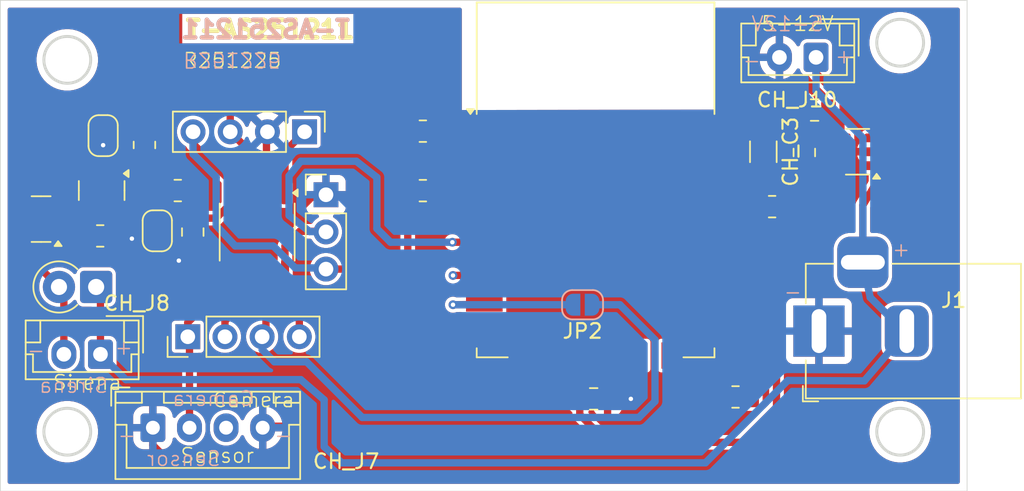
<source format=kicad_pcb>
(kicad_pcb (version 20241229) (generator "pcbnew") (generator_version "9.0")
  (layers (0 "F.Cu" signal) (4 "In1.Cu" signal) (6 "In2.Cu" signal) (2 "B.Cu" signal) (13 "F.Paste" user) (15 "B.Paste" user) (5 "F.SilkS" user "F.Silkscreen") (7 "B.SilkS" user "B.Silkscreen") (1 "F.Mask" user) (3 "B.Mask" user) (25 "Edge.Cuts" user))
  (net 0 "")
  (net 1 "CH_GND")
  (net 2 "CH_VDD")
  (net 3 "ALARMFROMESP")
  (net 4 "CH_A2")
  (net 5 "CH_ALARM_IN")
  (net 6 "A1-")
  (net 7 "B1+")
  (net 8 "CH_C4")
  (net 9 "Net-(Q2-B)")
  (net 10 "Net-(U2-~{RST})")
  (net 11 "Net-(U2-GPIO15)")
  (net 12 "Net-(U2-GPIO0)")
  (net 13 "Net-(U2-EN)")
  (net 18 "SWITCH_ALARMSTATUS")
  (net 22 "CH_ALARM_BREAKE_A")
  (net 29 "Net-(Q1-B)")
  (net 30 "ALARM_CAM_DI")
  (net 31 "Net-(U4-BP)")
  (net 32 "Net-(JP3-B)")
  (net 33 "Net-(JP1-B)")
  (footprint "Resistor_SMD:R_0805_2012Metric_Pad1.20x1.40mm_HandSolder" (layer "F.Cu") (at 97.442 102.407 180)
    (property "Reference" "R5" (hide yes))
    (property "Value" "10k" (hide yes))
    (pad "1" smd roundrect (at -1 0 180) (size 1.2 1.4) (layers "F.Cu" "F.Mask" "F.Paste") (roundrect_rratio 0.208333) (net 13 "Net-(U2-EN)"))
    (pad "2" smd roundrect (at 1 0 180) (size 1.2 1.4) (layers "F.Cu" "F.Mask" "F.Paste") (roundrect_rratio 0.208333) (net 2 "CH_VDD"))
  )
  (footprint "Capacitor_SMD:C_0805_2012Metric" (layer "F.Cu") (at 81.723 105.236 -90)
    (property "Reference" "CH_C1" (hide yes))
    (property "Value" "100nF" (hide yes))
    (pad "1" smd roundrect (at -0.95 0 270) (size 1 1.45) (layers "F.Cu" "F.Mask" "F.Paste") (net 2 "CH_VDD"))
    (pad "2" smd roundrect (at 0.95 0 270) (size 1 1.45) (layers "F.Cu" "F.Mask" "F.Paste") (net 1 "CH_GND"))
  )
  (footprint "Resistor_SMD:R_0805_2012Metric_Pad1.20x1.40mm_HandSolder" (layer "F.Cu") (at 97.442 98.343 180)
    (property "Reference" "R2" (hide yes))
    (property "Value" "10k" (hide yes))
    (pad "1" smd roundrect (at -1 0 180) (size 1.2 1.4) (layers "F.Cu" "F.Mask" "F.Paste") (roundrect_rratio 0.208333) (net 10 "Net-(U2-~{RST})"))
    (pad "2" smd roundrect (at 1 0 180) (size 1.2 1.4) (layers "F.Cu" "F.Mask" "F.Paste") (roundrect_rratio 0.208333) (net 2 "CH_VDD"))
  )
  (footprint "Resistor_SMD:R_0805_2012Metric_Pad1.20x1.40mm_HandSolder" (layer "F.Cu") (at 121.3 103.5)
    (property "Reference" "R4" (hide yes))
    (property "Value" "10k" (hide yes))
    (pad "1" smd roundrect (at -1 0) (size 1.2 1.4) (layers "F.Cu" "F.Mask" "F.Paste") (roundrect_rratio 0.208333) (net 12 "Net-(U2-GPIO0)"))
    (pad "2" smd roundrect (at 1 0) (size 1.2 1.4) (layers "F.Cu" "F.Mask" "F.Paste") (roundrect_rratio 0.208333) (net 2 "CH_VDD"))
  )
  (footprint "Resistor_SMD:R_0805_2012Metric_Pad1.20x1.40mm_HandSolder" (layer "F.Cu") (at 78.423 99.286 90)
    (property "Reference" "R8" (hide yes))
    (property "Value" "100" (hide yes))
    (pad "1" smd roundrect (at -1 0 90) (size 1.2 1.4) (layers "F.Cu" "F.Mask" "F.Paste") (roundrect_rratio 0.208333) (net 29 "Net-(Q1-B)"))
    (pad "2" smd roundrect (at 1 0 90) (size 1.2 1.4) (layers "F.Cu" "F.Mask" "F.Paste") (roundrect_rratio 0.208333) (net 4 "CH_A2"))
  )
  (footprint "Connector_JST:JST_EH_B2B-EH-A_1x02_P2.50mm_Vertical" (layer "F.Cu") (at 124.3 93.3 180)
    (property "Reference" "CH_J10" (hide yes))
    (property "Value" "CH_12V" (hide yes))
    (fp_text user "${REFERENCE}" (at 1.3 -2.9 180) (layer "F.SilkS"))
    (pad "1" thru_hole roundrect (at 0 0 180) (size 1.7 2) (drill 1) (layers "*.Cu" "*.Mask") (roundrect_rratio 0.147059) (net 7 "B1+"))
    (pad "2" thru_hole oval (at 2.5 0 180) (size 1.7 2) (drill 1) (layers "*.Cu" "*.Mask") (net 1 "CH_GND"))
  )
  (footprint "Package_TO_SOT_SMD:SOT-23" (layer "F.Cu") (at 71.3625 104.35 180)
    (property "Reference" "Q2" (hide yes))
    (property "Value" "BC817" (hide yes))
    (pad "1" smd roundrect (at -0.9375 -0.95 180) (size 1.475 0.6) (layers "F.Cu" "F.Mask" "F.Paste") (net 9 "Net-(Q2-B)"))
    (pad "2" smd roundrect (at -0.9375 0.95 180) (size 1.475 0.6) (layers "F.Cu" "F.Mask" "F.Paste") (net 1 "CH_GND"))
    (pad "3" smd roundrect (at 0.9375 0 180) (size 1.475 0.6) (layers "F.Cu" "F.Mask" "F.Paste") (net 6 "A1-"))
  )
  (footprint "Diode_THT:D_DO-41_SOD81_P2.54mm_Vertical_KathodeUp" (layer "F.Cu") (at 75.123 108.986 180)
    (property "Reference" "D1" (hide yes))
    (property "Value" "1N4001" (hide yes))
    (pad "1" thru_hole roundrect (at 0 0 180) (size 2.2 2.2) (drill 1.1) (layers "*.Cu" "*.Mask") (roundrect_rratio 0.113636) (net 7 "B1+"))
    (pad "2" thru_hole circle (at 2.54 0 180) (size 2.2 2.2) (drill 1.1) (layers "*.Cu" "*.Mask") (net 6 "A1-"))
  )
  (footprint "Capacitor_SMD:C_0805_2012Metric" (layer "F.Cu") (at 124.2 96.9)
    (property "Reference" "CH_C5" (hide yes))
    (property "Value" "470nF" (hide yes))
    (pad "1" smd roundrect (at -0.95 0) (size 1 1.45) (layers "F.Cu" "F.Mask" "F.Paste") (net 1 "CH_GND"))
    (pad "2" smd roundrect (at 0.95 0) (size 1 1.45) (layers "F.Cu" "F.Mask" "F.Paste") (net 31 "Net-(U4-BP)"))
  )
  (footprint "Connector_PinHeader_2.54mm:PinHeader_1x04_P2.54mm_Vertical" (layer "F.Cu") (at 81.383 112.386 90)
    (property "Reference" "CH_J2" (hide yes))
    (property "Value" "~" (hide yes))
    (pad "1" thru_hole rect (at 0 0 90) (size 1.7 1.7) (drill 1) (layers "*.Cu" "*.Mask") (net 5 "CH_ALARM_IN"))
    (pad "2" thru_hole circle (at 0 2.54 90) (size 1.7 1.7) (drill 1) (layers "*.Cu" "*.Mask") (net 22 "CH_ALARM_BREAKE_A"))
    (pad "3" thru_hole circle (at 0 5.08 90) (size 1.7 1.7) (drill 1) (layers "*.Cu" "*.Mask") (net 8 "CH_C4"))
    (pad "4" thru_hole circle (at 0 7.62 90) (size 1.7 1.7) (drill 1) (layers "*.Cu" "*.Mask") (net 3 "ALARMFROMESP"))
  )
  (footprint "Package_TO_SOT_SMD:SOT-23-5" (layer "F.Cu") (at 127.1375 99.75 180)
    (property "Reference" "U4" (hide yes))
    (property "Value" "MIC5219-3.3YM5" (hide yes))
    (pad "1" smd roundrect (at -1.1375 -0.95 180) (size 1.325 0.6) (layers "F.Cu" "F.Mask" "F.Paste") (net 7 "B1+"))
    (pad "2" smd roundrect (at -1.1375 0 180) (size 1.325 0.6) (layers "F.Cu" "F.Mask" "F.Paste") (net 1 "CH_GND"))
    (pad "3" smd roundrect (at -1.1375 0.95 180) (size 1.325 0.6) (layers "F.Cu" "F.Mask" "F.Paste") (net 7 "B1+"))
    (pad "4" smd roundrect (at 1.1375 0.95 180) (size 1.325 0.6) (layers "F.Cu" "F.Mask" "F.Paste") (net 31 "Net-(U4-BP)"))
    (pad "5" smd roundrect (at 1.1375 -0.95 180) (size 1.325 0.6) (layers "F.Cu" "F.Mask" "F.Paste") (net 2 "CH_VDD"))
  )
  (footprint "Resistor_SMD:R_0805_2012Metric_Pad1.20x1.40mm_HandSolder" (layer "F.Cu") (at 118.8 116.5)
    (property "Reference" "R3" (hide yes))
    (property "Value" "10k" (hide yes))
    (pad "1" smd roundrect (at -1 0) (size 1.2 1.4) (layers "F.Cu" "F.Mask" "F.Paste") (roundrect_rratio 0.208333) (net 1 "CH_GND"))
    (pad "2" smd roundrect (at 1 0) (size 1.2 1.4) (layers "F.Cu" "F.Mask" "F.Paste") (roundrect_rratio 0.208333) (net 11 "Net-(U2-GPIO15)"))
  )
  (footprint "Package_TO_SOT_SMD:SOT-23" (layer "F.Cu") (at 75.5 102.4 -90)
    (property "Reference" "Q1" (hide yes))
    (property "Value" "BC817" (hide yes))
    (pad "1" smd roundrect (at -0.9375 -0.95 270) (size 1.475 0.6) (layers "F.Cu" "F.Mask" "F.Paste") (net 29 "Net-(Q1-B)"))
    (pad "2" smd roundrect (at -0.9375 0.95 270) (size 1.475 0.6) (layers "F.Cu" "F.Mask" "F.Paste") (net 1 "CH_GND"))
    (pad "3" smd roundrect (at 0.9375 0 270) (size 1.475 0.6) (layers "F.Cu" "F.Mask" "F.Paste") (net 32 "Net-(JP3-B)"))
  )
  (footprint "Jumper:SolderJumper-2_P1.3mm_Open_RoundedPad1.0x1.5mm" (layer "F.Cu") (at 75.6 98.65 -90)
    (property "Reference" "JP1" (hide yes))
    (property "Value" "Jumper_2_Bridged" (hide yes))
    (pad "1" smd custom (at -0.65 0 270) (size 1 0.5) (layers "F.Cu" "F.Mask") (net 4 "CH_A2") (options (clearance outline) (anchor rect)) (primitives (gr_circle (center 0 0.25) (end 0.5 0.25) (width 0) (fill yes)) (gr_circle (center 0 -0.25) (end 0.5 -0.25) (width 0) (fill yes)) (gr_poly (pts (xy 0.5 0.75) (xy 0 0.75) (xy 0 -0.75) (xy 0.5 -0.75)) (width 0) (fill yes))))
    (pad "2" smd custom (at 0.65 0 270) (size 1 0.5) (layers "F.Cu" "F.Mask") (net 33 "Net-(JP1-B)") (options (clearance outline) (anchor rect)) (primitives (gr_circle (center 0 0.25) (end 0.5 0.25) (width 0) (fill yes)) (gr_circle (center 0 -0.25) (end 0.5 -0.25) (width 0) (fill yes)) (gr_poly (pts (xy 0 0.75) (xy -0.5 0.75) (xy -0.5 -0.75) (xy 0 -0.75)) (width 0) (fill yes))))
  )
  (footprint "Jumper:SolderJumper-2_P1.3mm_Open_RoundedPad1.0x1.5mm" (layer "F.Cu") (at 79.3 105.15 90)
    (property "Reference" "JP3" (hide yes))
    (property "Value" "Jumper_2_Bridged" (hide yes))
    (pad "1" smd custom (at -0.65 0 90) (size 1 0.5) (layers "F.Cu" "F.Mask") (net 33 "Net-(JP1-B)") (options (clearance outline) (anchor rect)) (primitives (gr_circle (center 0 0.25) (end 0.5 0.25) (width 0) (fill yes)) (gr_circle (center 0 -0.25) (end 0.5 -0.25) (width 0) (fill yes)) (gr_poly (pts (xy 0.5 0.75) (xy 0 0.75) (xy 0 -0.75) (xy 0.5 -0.75)) (width 0) (fill yes))))
    (pad "2" smd custom (at 0.65 0 90) (size 1 0.5) (layers "F.Cu" "F.Mask") (net 32 "Net-(JP3-B)") (options (clearance outline) (anchor rect)) (primitives (gr_circle (center 0 0.25) (end 0.5 0.25) (width 0) (fill yes)) (gr_circle (center 0 -0.25) (end 0.5 -0.25) (width 0) (fill yes)) (gr_poly (pts (xy 0 0.75) (xy -0.5 0.75) (xy -0.5 -0.75) (xy 0 -0.75)) (width 0) (fill yes))))
  )
  (footprint "Package_SO:JEITA_SOIC-8_3.9x4.9mm_P1.27mm" (layer "F.Cu") (at 86.123 105.236 -90)
    (property "Reference" "U1" (hide yes))
    (property "Value" "CH32V003JxMx" (hide yes))
    (pad "1" smd roundrect (at -2.65 -1.905 270) (size 1.5 0.55) (layers "F.Cu" "F.Mask" "F.Paste") (net 30 "ALARM_CAM_DI"))
    (pad "2" smd roundrect (at -2.65 -0.635 270) (size 1.5 0.55) (layers "F.Cu" "F.Mask" "F.Paste") (net 1 "CH_GND"))
    (pad "3" smd roundrect (at -2.65 0.635 270) (size 1.5 0.55) (layers "F.Cu" "F.Mask" "F.Paste") (net 4 "CH_A2"))
    (pad "4" smd roundrect (at -2.65 1.905 270) (size 1.5 0.55) (layers "F.Cu" "F.Mask" "F.Paste") (net 2 "CH_VDD"))
    (pad "5" smd roundrect (at 2.65 1.905 270) (size 1.5 0.55) (layers "F.Cu" "F.Mask" "F.Paste") (net 5 "CH_ALARM_IN"))
    (pad "6" smd roundrect (at 2.65 0.635 270) (size 1.5 0.55) (layers "F.Cu" "F.Mask" "F.Paste") (net 22 "CH_ALARM_BREAKE_A"))
    (pad "7" smd roundrect (at 2.65 -0.635 270) (size 1.5 0.55) (layers "F.Cu" "F.Mask" "F.Paste") (net 8 "CH_C4"))
    (pad "8" smd roundrect (at 2.65 -1.905 270) (size 1.5 0.55) (layers "F.Cu" "F.Mask" "F.Paste") (net 3 "ALARMFROMESP"))
  )
  (footprint "Connector_JST:JST_XH_B4B-XH-A_1x04_P2.50mm_Vertical" (layer "F.Cu") (at 79 118.6)
    (property "Reference" "CH_J7" (at 13.2 2.3 0) (layer "F.SilkS"))
    (property "Value" "ALARM_IN" (hide yes))
    (pad "1" thru_hole roundrect (at 0 0) (size 1.7 1.95) (drill 0.95) (layers "*.Cu" "*.Mask") (roundrect_rratio 0.147059) (net 1 "CH_GND"))
    (pad "2" thru_hole oval (at 2.5 0) (size 1.7 1.95) (drill 0.95) (layers "*.Cu" "*.Mask") (net 5 "CH_ALARM_IN"))
    (pad "3" thru_hole oval (at 5 0) (size 1.7 1.95) (drill 0.95) (layers "*.Cu" "*.Mask") (net 30 "ALARM_CAM_DI"))
    (pad "4" thru_hole oval (at 7.5 0) (size 1.7 1.95) (drill 0.95) (layers "*.Cu" "*.Mask") (net 1 "CH_GND"))
  )
  (footprint "Capacitor_SMD:C_0805_2012Metric" (layer "F.Cu") (at 109.11 116.631)
    (property "Reference" "CH_C4" (hide yes))
    (property "Value" "100nF" (hide yes))
    (pad "1" smd roundrect (at -0.95 0) (size 1 1.45) (layers "F.Cu" "F.Mask" "F.Paste") (net 2 "CH_VDD"))
    (pad "2" smd roundrect (at 0.95 0) (size 1 1.45) (layers "F.Cu" "F.Mask" "F.Paste") (net 1 "CH_GND"))
  )
  (footprint "Connector_PinHeader_2.54mm:PinHeader_1x04_P2.54mm_Vertical" (layer "F.Cu") (at 89.363 98.386 -90)
    (property "Reference" "CH_J1" (hide yes))
    (property "Value" "Conn_01x04" (hide yes))
    (pad "1" thru_hole rect (at 0 0 270) (size 1.7 1.7) (drill 1) (layers "*.Cu" "*.Mask") (net 30 "ALARM_CAM_DI"))
    (pad "2" thru_hole circle (at 0 2.54 270) (size 1.7 1.7) (drill 1) (layers "*.Cu" "*.Mask") (net 1 "CH_GND"))
    (pad "3" thru_hole circle (at 0 5.08 270) (size 1.7 1.7) (drill 1) (layers "*.Cu" "*.Mask") (net 4 "CH_A2"))
    (pad "4" thru_hole circle (at 0 7.62 270) (size 1.7 1.7) (drill 1) (layers "*.Cu" "*.Mask") (net 2 "CH_VDD"))
  )
  (footprint "Connector_BarrelJack:BarrelJack_Horizontal" (layer "F.Cu") (at 124.5 112 180)
    (property "Reference" "J1" (at -9.2 2.1 0) (layer "F.SilkS"))
    (property "Value" "Barrel_Jack_Switch" (hide yes))
    (pad "1" thru_hole rect (at 0 0 180) (size 3.5 3.5) (drill oval 1 3) (layers "*.Cu" "*.Mask") (net 1 "CH_GND"))
    (pad "2" thru_hole roundrect (at -6 0 180) (size 3 3.5) (drill oval 1 3) (layers "*.Cu" "*.Mask") (net 7 "B1+"))
    (pad "3" thru_hole roundrect (at -3 4.7 180) (size 3.5 3.5) (drill oval 3 1) (layers "*.Cu" "*.Mask") (net 7 "B1+"))
  )
  (footprint "Resistor_SMD:R_0805_2012Metric_Pad1.20x1.40mm_HandSolder" (layer "F.Cu") (at 75.4 105.5)
    (property "Reference" "R1" (hide yes))
    (property "Value" "100" (hide yes))
    (pad "1" smd roundrect (at -1 0) (size 1.2 1.4) (layers "F.Cu" "F.Mask" "F.Paste") (roundrect_rratio 0.208333) (net 9 "Net-(Q2-B)"))
    (pad "2" smd roundrect (at 1 0) (size 1.2 1.4) (layers "F.Cu" "F.Mask" "F.Paste") (roundrect_rratio 0.208333) (net 33 "Net-(JP1-B)"))
  )
  (footprint "Capacitor_SMD:C_0805_2012Metric" (layer "F.Cu") (at 123.5 99.8 -90)
    (property "Reference" "CH_C2" (hide yes))
    (property "Value" "100nF" (hide yes))
    (pad "1" smd roundrect (at -0.95 0 270) (size 1 1.45) (layers "F.Cu" "F.Mask" "F.Paste") (net 1 "CH_GND"))
    (pad "2" smd roundrect (at 0.95 0 270) (size 1 1.45) (layers "F.Cu" "F.Mask" "F.Paste") (net 2 "CH_VDD"))
  )
  (footprint "Capacitor_SMD:C_1206_3216Metric_Pad1.33x1.80mm_HandSolder" (layer "F.Cu") (at 120.7 99.75 -90)
    (property "Reference" "CH_C3" (at 0 -1.85 270) (layer "F.SilkS"))
    (property "Value" "4,7µF")
    (pad "1" smd roundrect (at -1.5625 0 270) (size 1.325 1.8) (layers "F.Cu" "F.Mask" "F.Paste") (roundrect_rratio 0.188679) (net 1 "CH_GND"))
    (pad "2" smd roundrect (at 1.5625 0 270) (size 1.325 1.8) (layers "F.Cu" "F.Mask" "F.Paste") (roundrect_rratio 0.188679) (net 2 "CH_VDD"))
  )
  (footprint "Resistor_SMD:R_0805_2012Metric_Pad1.20x1.40mm_HandSolder" (layer "F.Cu") (at 80.7 102.4)
    (property "Reference" "R10" (hide yes))
    (property "Value" "10k" (hide yes))
    (pad "1" smd roundrect (at -1 0) (size 1.2 1.4) (layers "F.Cu" "F.Mask" "F.Paste") (roundrect_rratio 0.208333) (net 32 "Net-(JP3-B)"))
    (pad "2" smd roundrect (at 1 0) (size 1.2 1.4) (layers "F.Cu" "F.Mask" "F.Paste") (roundrect_rratio 0.208333) (net 2 "CH_VDD"))
  )
  (footprint "Connector_JST:JST_EH_B2B-EH-A_1x02_P2.50mm_Vertical" (layer "F.Cu") (at 75.418 113.584 180)
    (property "Reference" "CH_J8" (hide yes))
    (property "Value" "CH_ALARM_OUT" (hide yes))
    (fp_text user "${REFERENCE}" (at -2.482 3.484 0) (layer "F.SilkS"))
    (pad "1" thru_hole roundrect (at 0 0 180) (size 1.7 2) (drill 1) (layers "*.Cu" "*.Mask") (roundrect_rratio 0.147059) (net 7 "B1+"))
    (pad "2" thru_hole oval (at 2.5 0 180) (size 1.7 2) (drill 1) (layers "*.Cu" "*.Mask") (net 6 "A1-"))
  )
  (footprint "RF_Module:ESP-12E" (layer "F.Cu") (at 109.24 101.672)
    (property "Reference" "U2" (hide yes))
    (property "Value" "ESP-12E" (hide yes))
    (pad "1" smd rect (at -7.6 -3.5) (size 2.5 1) (layers "F.Cu" "F.Mask" "F.Paste") (net 10 "Net-(U2-~{RST})"))
    (pad "2" smd rect (at -7.6 -1.5) (size 2.5 1) (layers "F.Cu" "F.Mask" "F.Paste"))
    (pad "3" smd rect (at -7.6 0.5) (size 2.5 1) (layers "F.Cu" "F.Mask" "F.Paste") (net 13 "Net-(U2-EN)"))
    (pad "4" smd rect (at -7.6 2.5) (size 2.5 1) (layers "F.Cu" "F.Mask" "F.Paste"))
    (pad "5" smd rect (at -7.6 4.5) (size 2.5 1) (layers "F.Cu" "F.Mask" "F.Paste") (net 3 "ALARMFROMESP"))
    (pad "6" smd rect (at -7.6 6.5) (size 2.5 1) (layers "F.Cu" "F.Mask" "F.Paste") (net 22 "CH_ALARM_BREAKE_A"))
    (pad "7" smd rect (at -7.6 8.5) (size 2.5 1) (layers "F.Cu" "F.Mask" "F.Paste") (net 18 "SWITCH_ALARMSTATUS"))
    (pad "8" smd rect (at -7.6 10.5) (size 2.5 1) (layers "F.Cu" "F.Mask" "F.Paste") (net 2 "CH_VDD"))
    (pad "9" smd rect (at -5 12) (size 1 1.8) (layers "F.Cu" "F.Mask" "F.Paste"))
    (pad "10" smd rect (at -3 12) (size 1 1.8) (layers "F.Cu" "F.Mask" "F.Paste"))
    (pad "11" smd rect (at -1 12) (size 1 1.8) (layers "F.Cu" "F.Mask" "F.Paste"))
    (pad "12" smd rect (at 1 12) (size 1 1.8) (layers "F.Cu" "F.Mask" "F.Paste"))
    (pad "13" smd rect (at 3 12) (size 1 1.8) (layers "F.Cu" "F.Mask" "F.Paste"))
    (pad "14" smd rect (at 5 12) (size 1 1.8) (layers "F.Cu" "F.Mask" "F.Paste"))
    (pad "15" smd rect (at 7.6 10.5) (size 2.5 1) (layers "F.Cu" "F.Mask" "F.Paste") (net 1 "CH_GND"))
    (pad "16" smd rect (at 7.6 8.5) (size 2.5 1) (layers "F.Cu" "F.Mask" "F.Paste") (net 11 "Net-(U2-GPIO15)"))
    (pad "17" smd rect (at 7.6 6.5) (size 2.5 1) (layers "F.Cu" "F.Mask" "F.Paste"))
    (pad "18" smd rect (at 7.6 4.5) (size 2.5 1) (layers "F.Cu" "F.Mask" "F.Paste") (net 12 "Net-(U2-GPIO0)"))
    (pad "19" smd rect (at 7.6 2.5) (size 2.5 1) (layers "F.Cu" "F.Mask" "F.Paste"))
    (pad "20" smd rect (at 7.6 0.5) (size 2.5 1) (layers "F.Cu" "F.Mask" "F.Paste"))
    (pad "21" smd rect (at 7.6 -1.5) (size 2.5 1) (layers "F.Cu" "F.Mask" "F.Paste"))
    (pad "22" smd rect (at 7.6 -3.5) (size 2.5 1) (layers "F.Cu" "F.Mask" "F.Paste"))
    (zone (net 0) (net_name "") (layers "F.Cu" "B.Cu") (connect_pads (clearance 0)) (min_thickness 0.254)
      (keepout (tracks not_allowed) (vias not_allowed) (pads not_allowed) (copperpour not_allowed) (footprints not_allowed))
      (fill (thermal_gap 0.508) (thermal_bridge_width 0.508))
      (polygon (pts (xy 101.12 96.872) (xy 117.36 96.872) (xy 117.36 89.552) (xy 101.12 89.552)))
    )
  )
  (footprint "Connector_PinHeader_2.54mm:PinHeader_1x03_P2.54mm_Vertical" (layer "F.Cu") (at 90.823 102.686)
    (property "Reference" "ch_J3" (hide yes))
    (property "Value" "CH_PROG" (hide yes))
    (pad "1" thru_hole rect (at 0 0) (size 1.7 1.7) (drill 1) (layers "*.Cu" "*.Mask") (net 1 "CH_GND"))
    (pad "2" thru_hole circle (at 0 2.54) (size 1.7 1.7) (drill 1) (layers "*.Cu" "*.Mask") (net 3 "ALARMFROMESP"))
    (pad "3" thru_hole circle (at 0 5.08) (size 1.7 1.7) (drill 1) (layers "*.Cu" "*.Mask") (net 2 "CH_VDD"))
  )
  (footprint "Jumper:SolderJumper-2_P1.3mm_Open_RoundedPad1.0x1.5mm" (layer "B.Cu") (at 108.35 110.2)
    (property "Reference" "JP2" (at 0 1.8 0) (layer "F.SilkS"))
    (property "Value" "Jumper_2_Bridged" (hide yes))
    (pad "1" smd custom (at -0.65 0) (size 1 0.5) (layers "B.Cu" "B.Mask") (net 18 "SWITCH_ALARMSTATUS") (options (clearance outline) (anchor rect)) (primitives (gr_circle (center 0 -0.25) (end 0.5 -0.25) (width 0) (fill yes)) (gr_circle (center 0 0.25) (end 0.5 0.25) (width 0) (fill yes)) (gr_poly (pts (xy 0.5 -0.75) (xy 0 -0.75) (xy 0 0.75) (xy 0.5 0.75)) (width 0) (fill yes))))
    (pad "2" smd custom (at 0.65 0) (size 1 0.5) (layers "B.Cu" "B.Mask") (net 8 "CH_C4") (options (clearance outline) (anchor rect)) (primitives (gr_circle (center 0 -0.25) (end 0.5 -0.25) (width 0) (fill yes)) (gr_circle (center 0 0.25) (end 0.5 0.25) (width 0) (fill yes)) (gr_poly (pts (xy 0 -0.75) (xy -0.5 -0.75) (xy -0.5 0.75) (xy 0 0.75)) (width 0) (fill yes))))
  )
  (gr_circle (center 73.152 118.872) (end 74.752 118.872) (stroke (width 0.2)) (fill no) (layer "Edge.Cuts"))
  (gr_line (start 134.62 89.408) (end 134.62 122.936) (stroke (width 0.05)) (layer "Edge.Cuts"))
  (gr_line (start 68.58 89.408) (end 134.62 89.408) (stroke (width 0.05)) (layer "Edge.Cuts"))
  (gr_circle (center 130.048 118.872) (end 131.648 118.872) (stroke (width 0.2)) (fill no) (layer "Edge.Cuts"))
  (gr_line (start 134.62 122.936) (end 68.58 122.936) (stroke (width 0.05)) (layer "Edge.Cuts"))
  (gr_line (start 68.58 122.936) (end 68.58 89.408) (stroke (width 0.05)) (layer "Edge.Cuts"))
  (gr_circle (center 73.152 93.472) (end 74.752 93.472) (stroke (width 0.2)) (fill no) (layer "Edge.Cuts"))
  (gr_circle (center 130.048 92.3) (end 131.648 92.3) (stroke (width 0.2)) (fill no) (layer "Edge.Cuts"))
  (gr_text "T-AS251211" (at 81.1 92.1 0) (layer "F.Cu") (effects (font (size 1.2 1.2) (thickness 0.3) (bold yes)) (justify left bottom)))
  (gr_text "T-AS251211" (at 92.6 92.1 0) (layer "B.Cu") (effects (font (size 1.2 1.2) (thickness 0.3) (bold yes)) (justify left bottom mirror)))
  (gr_text "T-AS251211" (at 81.1 92.1 0) (layer "F.SilkS") (effects (font (size 1.2 1.2) (thickness 0.3) (bold yes)) (justify left bottom)))
  (gr_text "R251225" (at 81 94.1 0) (layer "F.SilkS") (effects (font (size 1 1) (thickness 0.1)) (justify left bottom)))
  (gr_text "Sirena" (at 72.1 116.1 0) (layer "F.SilkS") (effects (font (size 1 1) (thickness 0.1)) (justify left bottom)))
  (gr_text "Sensor" (at 83.4 120.5 0) (layer "F.SilkS") (effects (font (size 1 1) (thickness 0.1))))
  (gr_text "Camera" (at 83 116.7 0) (layer "F.SilkS") (effects (font (size 1 1) (thickness 0.1)) (justify left)))
  (gr_text "5-12V" (at 120.5 91 0) (layer "F.SilkS") (effects (font (size 1 1) (thickness 0.1)) (justify left)))
  (gr_text "5-12V" (at 124.9 91.6 0) (layer "B.SilkS") (effects (font (size 1 1) (thickness 0.1)) (justify left bottom mirror)))
  (gr_text "Sirena" (at 76 116.3 0) (layer "B.SilkS") (effects (font (size 1 1) (thickness 0.1)) (justify left bottom mirror)))
  (gr_text "-" (at 71.7 113.9 0) (layer "B.SilkS") (effects (font (size 1 1) (thickness 0.1)) (justify left bottom mirror)))
  (gr_text "+" (at 130.8 107 0) (layer "B.SilkS") (effects (font (size 1 1) (thickness 0.1)) (justify left bottom mirror)))
  (gr_text "+" (at 77.7 113.7 0) (layer "B.SilkS") (effects (font (size 1 1) (thickness 0.1)) (justify left bottom mirror)))
  (gr_text "-" (at 120.6 94.1 0) (layer "B.SilkS") (effects (font (size 1 1) (thickness 0.1)) (justify left bottom mirror)))
  (gr_text "-" (at 77.9 119.7 0) (layer "B.SilkS") (effects (font (size 1 1) (thickness 0.1)) (justify left bottom mirror)))
  (gr_text "Camera" (at 86 117.2 0) (layer "B.SilkS") (effects (font (size 1 1) (thickness 0.1)) (justify left bottom mirror)))
  (gr_text "R251225" (at 81 92.9 180) (layer "B.SilkS") (effects (font (size 1 1) (thickness 0.1)) (justify left bottom mirror)))
  (gr_text "T-AS251211" (at 92.6 92.1 0) (layer "B.SilkS") (effects (font (size 1.2 1.2) (thickness 0.3) (bold yes)) (justify left bottom mirror)))
  (gr_text "+" (at 126.9 93.8 0) (layer "B.SilkS") (effects (font (size 1 1) (thickness 0.1)) (justify left bottom mirror)))
  (gr_text "Sensor" (at 83.7 121.3 0) (layer "B.SilkS") (effects (font (size 1 1) (thickness 0.1)) (justify left bottom mirror)))
  (gr_text "-" (at 123.4 109.9 0) (layer "B.SilkS") (effects (font (size 1 1) (thickness 0.1)) (justify left bottom mirror)))
  (gr_text "-" (at 88.6 119.7 0) (layer "B.SilkS") (effects (font (size 1 1) (thickness 0.1)) (justify left bottom mirror)))
  (segment (start 123.25 98.6) (end 120.7 98.6) (width 0.5) (layer "F.Cu") (net 1))
  (segment (start 86.5 120.1) (end 86.5 118.6) (width 0.5) (layer "F.Cu") (net 1))
  (segment (start 123.5 98.85) (end 124.8 99.7) (width 0.5) (layer "F.Cu") (net 1))
  (segment (start 79.6 120.4) (end 86.2 120.4) (width 0.5) (layer "F.Cu") (net 1))
  (segment (start 124.5 118.9) (end 124.5 112) (width 0.5) (layer "F.Cu") (net 1))
  (segment (start 86.758 104.721) (end 86.758 102.586) (width 0.5) (layer "F.Cu") (net 1))
  (segment (start 117.669 116.631) (end 117.8 116.5) (width 0.5) (layer "F.Cu") (net 1))
  (segment (start 86.2 120.4) (end 86.5 120.1) (width 0.5) (layer "F.Cu") (net 1))
  (segment (start 123.5 98.85) (end 123.5 97.15) (width 0.5) (layer "F.Cu") (net 1))
  (segment (start 99.7 121) (end 122.4 121) (width 0.5) (layer "F.Cu") (net 1))
  (segment (start 73.1 101.5) (end 74.5 101.5) (width 0.5) (layer "F.Cu") (net 1))
  (segment (start 86.758 98.521) (end 86.758 102.516) (width 0.5) (layer "F.Cu") (net 1))
  (segment (start 90.823 102.686) (end 90.017 102.686) (width 0.5) (layer "F.Cu") (net 1))
  (segment (start 114.3 116.631) (end 114.8885 116.631) (width 0.5) (layer "F.Cu") (net 1))
  (segment (start 90.017 102.686) (end 87.974143 104.728857) (width 0.5) (layer "F.Cu") (net 1))
  (segment (start 86.5 118.6) (end 86.6 118.5) (width 0.5) (layer "F.Cu") (net 1))
  (segment (start 120.7 98.6) (end 120.7 97.5) (width 0.5) (layer "F.Cu") (net 1))
  (segment (start 73.1 102.6) (end 72.3 103.4) (width 0.5) (layer "F.Cu") (net 1))
  (segment (start 86.880143 104.728857) (end 86.823 104.786) (width 0.5) (layer "F.Cu") (net 1))
  (segment (start 81.723 106.186) (end 85.423 106.186) (width 0.5) (layer "F.Cu") (net 1))
  (segment (start 86.823 98.386) (end 86.723 98.486) (width 0.2) (layer "F.Cu") (net 1))
  (segment (start 114.8885 116.631) (end 116.84 114.6795) (width 0.5) (layer "F.Cu") (net 1))
  (segment (start 114.3 116.631) (end 117.669 116.631) (width 0.5) (layer "F.Cu") (net 1))
  (segment (start 120.7 97.5) (end 121.8 96.4) (width 0.5) (layer "F.Cu") (net 1))
  (segment (start 79 119.8) (end 79.6 120.4) (width 0.5) (layer "F.Cu") (net 1))
  (segment (start 122.4 121) (end 124.5 118.9) (width 0.5) (layer "F.Cu") (net 1))
  (segment (start 87.974143 104.728857) (end 86.880143 104.728857) (width 0.5) (layer "F.Cu") (net 1))
  (segment (start 121.8 96.4) (end 121.8 93.3) (width 0.5) (layer "F.Cu") (net 1))
  (segment (start 86.723 98.486) (end 86.758 98.521) (width 0.5) (layer "F.Cu") (net 1))
  (segment (start 85.423 106.186) (end 86.823 104.786) (width 0.5) (layer "F.Cu") (net 1))
  (segment (start 79 110.484) (end 79 118.6) (width 0.5) (layer "F.Cu") (net 1))
  (segment (start 80.772 108.712) (end 79 110.484) (width 0.5) (layer "F.Cu") (net 1))
  (segment (start 116.84 112.172) (end 116.953 112.059) (width 0.2) (layer "F.Cu") (net 1))
  (segment (start 73.1 101.5) (end 73.1 102.6) (width 0.5) (layer "F.Cu") (net 1))
  (segment (start 86.823 104.786) (end 86.758 104.721) (width 0.5) (layer "F.Cu") (net 1))
  (segment (start 116.84 114.6795) (end 116.84 112.172) (width 0.5) (layer "F.Cu") (net 1))
  (segment (start 86.6 118.5) (end 97.2 118.5) (width 0.5) (layer "F.Cu") (net 1))
  (segment (start 124.8 99.7) (end 128.275 99.75) (width 0.5) (layer "F.Cu") (net 1))
  (segment (start 123.5 97.15) (end 123.25 96.9) (width 0.5) (layer "F.Cu") (net 1))
  (segment (start 79 118.6) (end 79 119.8) (width 0.5) (layer "F.Cu") (net 1))
  (segment (start 86.723 102.551) (end 86.758 102.586) (width 0.2) (layer "F.Cu") (net 1))
  (segment (start 111.65 116.631) (end 114.3 116.631) (width 0.5) (layer "F.Cu") (net 1))
  (segment (start 123.5 98.85) (end 123.25 98.6) (width 0.5) (layer "F.Cu") (net 1))
  (segment (start 87.142 119.08) (end 86.502559 118.1) (width 0.2) (layer "F.Cu") (net 1))
  (segment (start 86.758 102.516) (end 86.723 102.551) (width 0.5) (layer "F.Cu") (net 1))
  (segment (start 110.06 116.631) (end 111.65 116.631) (width 0.5) (layer "F.Cu") (net 1))
  (segment (start 97.2 118.5) (end 99.7 121) (width 0.5) (layer "F.Cu") (net 1))
  (segment (start 80.772 107.137) (end 80.772 108.712) (width 0.5) (layer "F.Cu") (net 1))
  (segment (start 81.723 106.186) (end 80.772 107.137) (width 0.5) (layer "F.Cu") (net 1))
  (via (at 80.772 107.188) (size 0.6) (drill 0.3) (layers "F.Cu" "B.Cu") (net 1))
  (via (at 111.65 116.631) (size 0.6) (drill 0.3) (layers "F.Cu" "B.Cu") (net 1))
  (segment (start 124.5 101.6) (end 124.5 112) (width 0.5) (layer "B.Cu") (net 1))
  (segment (start 121.8 98.9) (end 124.5 101.6) (width 0.5) (layer "B.Cu") (net 1))
  (segment (start 91.641 102.686) (end 90.823 102.686) (width 0.5) (layer "B.Cu") (net 1))
  (segment (start 103.617388 116.617388) (end 100 113) (width 0.5) (layer "B.Cu") (net 1))
  (segment (start 111.636388 116.617388) (end 103.617388 116.617388) (width 0.5) (layer "B.Cu") (net 1))
  (segment (start 92.854 103.899) (end 91.641 102.686) (width 0.5) (layer "B.Cu") (net 1))
  (segment (start 73.1 101.5) (end 73.1 104.596) (width 0.5) (layer "B.Cu") (net 1))
  (segment (start 100 113) (end 92.854 106.9) (width 0.5) (layer "B.Cu") (net 1))
  (segment (start 92.854 106.9) (end 92.854 103.899) (width 0.5) (layer "B.Cu") (net 1))
  (segment (start 75.692 107.188) (end 80.772 107.188) (width 0.5) (layer "B.Cu") (net 1))
  (segment (start 73.1 104.596) (end 75.692 107.188) (width 0.5) (layer "B.Cu") (net 1))
  (segment (start 121.8 93.3) (end 121.8 98.9) (width 0.5) (layer "B.Cu") (net 1))
  (segment (start 111.65 116.631) (end 111.636388 116.617388) (width 0.5) (layer "B.Cu") (net 1))
  (segment (start 121.6 104.4) (end 122.3 103.5) (width 0.5) (layer "F.Cu") (net 2))
  (segment (start 119.2 119.6) (end 121.6 117.2) (width 0.5) (layer "F.Cu") (net 2))
  (segment (start 121.3125 100.7) (end 120.7 101.3125) (width 0.5) (layer "F.Cu") (net 2))
  (segment (start 96.099 107.766) (end 96.41 107.455) (width 0.5) (layer "F.Cu") (net 2))
  (segment (start 110.047 119.6) (end 119.2 119.6) (width 0.5) (layer "F.Cu") (net 2))
  (segment (start 123.5 100.75) (end 122.3 101.95) (width 0.5) (layer "F.Cu") (net 2))
  (segment (start 96.41 104.407) (end 96.41 109.519) (width 0.5) (layer "F.Cu") (net 2))
  (segment (start 81.743 99.206) (end 84.218 101.681) (width 0.5) (layer "F.Cu") (net 2))
  (segment (start 96.442 98.343) (end 96.442 102.407) (width 0.5) (layer "F.Cu") (net 2))
  (segment (start 83.323 104.286) (end 81.723 104.286) (width 0.5) (layer "F.Cu") (net 2))
  (segment (start 101.64 114.603857) (end 101.64 112.172) (width 0.5) (layer "F.Cu") (net 2))
  (segment (start 108.16 117.713) (end 110.047 119.6) (width 0.5) (layer "F.Cu") (net 2))
  (segment (start 125.95 100.75) (end 126 100.7) (width 0.5) (layer "F.Cu") (net 2))
  (segment (start 108.16 116.631) (end 108.16 117.713) (width 0.5) (layer "F.Cu") (net 2))
  (segment (start 81.743 98.386) (end 81.743 99.206) (width 0.5) (layer "F.Cu") (net 2))
  (segment (start 96.41 109.519) (end 98.426 111.535) (width 0.5) (layer "F.Cu") (net 2))
  (segment (start 101.64 112.172) (end 101.54834 112.08034) (width 0.5) (layer "F.Cu") (net 2))
  (segment (start 81.7 102.4) (end 81.723 102.423) (width 0.2) (layer "F.Cu") (net 2))
  (segment (start 122.3 101.95) (end 122.3 103.5) (width 0.5) (layer "F.Cu") (net 2))
  (segment (start 96.41 102.439) (end 96.442 102.407) (width 0.5) (layer "F.Cu") (net 2))
  (segment (start 108.16 116.631) (end 103.667143 116.631) (width 0.5) (layer "F.Cu") (net 2))
  (segment (start 84.218 102.586) (end 84.218 103.391) (width 0.5) (layer "F.Cu") (net 2))
  (segment (start 84.218 103.391) (end 83.323 104.286) (width 0.5) (layer "F.Cu") (net 2))
  (segment (start 90.823 107.766) (end 96.099 107.766) (width 0.5) (layer "F.Cu") (net 2))
  (segment (start 96.41 104.407) (end 96.41 102.439) (width 0.5) (layer "F.Cu") (net 2))
  (segment (start 98.97134 112.08034) (end 98.426 111.535) (width 0.5) (layer "F.Cu") (net 2))
  (segment (start 123.45 100.7) (end 121.3125 100.7) (width 0.5) (layer "F.Cu") (net 2))
  (segment (start 123.5 100.75) (end 125.95 100.75) (width 0.5) (layer "F.Cu") (net 2))
  (segment (start 103.667143 116.631) (end 101.64 114.603857) (width 0.5) (layer "F.Cu") (net 2))
  (segment (start 81.723 102.423) (end 81.723 104.286) (width 0.8) (layer "F.Cu") (net 2))
  (segment (start 101.54834 112.08034) (end 98.97134 112.08034) (width 0.5) (layer "F.Cu") (net 2))
  (segment (start 84.218 101.681) (end 84.218 102.586) (width 0.5) (layer "F.Cu") (net 2))
  (segment (start 123.5 100.75) (end 123.45 100.7) (width 0.5) (layer "F.Cu") (net 2))
  (segment (start 121.6 117.2) (end 121.6 104.4) (width 0.5) (layer "F.Cu") (net 2))
  (segment (start 81.743 99.9) (end 81.743 98.386) (width 0.5) (layer "B.Cu") (net 2))
  (segment (start 83.323 101.48) (end 81.743 99.9) (width 0.5) (layer "B.Cu") (net 2))
  (segment (start 83.323 104.786) (end 83.323 101.48) (width 0.5) (layer "B.Cu") (net 2))
  (segment (start 87.223 106.186) (end 84.623 106.186) (width 0.5) (layer "B.Cu") (net 2))
  (segment (start 90.743 107.686) (end 88.723 107.686) (width 0.5) (layer "B.Cu") (net 2))
  (segment (start 84.623 106.186) (end 83.323 104.786) (width 0.5) (layer "B.Cu") (net 2))
  (segment (start 90.823 107.766) (end 90.743 107.686) (width 0.5) (layer "B.Cu") (net 2))
  (segment (start 88.723 107.686) (end 87.223 106.186) (width 0.5) (layer "B.Cu") (net 2))
  (segment (start 88.023 110.244) (end 89.003 111.224) (width 0.5) (layer "F.Cu") (net 3))
  (segment (start 101.64 106.172) (end 101.399 105.931) (width 0.5) (layer "F.Cu") (net 3))
  (segment (start 88.023 106.186) (end 89.023 105.186) (width 0.5) (layer "F.Cu") (net 3))
  (segment (start 90.783 105.186) (end 90.823 105.226) (width 0.5) (layer "F.Cu") (net 3))
  (segment (start 89.023 105.186) (end 90.783 105.186) (width 0.5) (layer "F.Cu") (net 3))
  (segment (start 88.028 107.886) (end 88.023 106.186) (width 0.5) (layer "F.Cu") (net 3))
  (segment (start 101.399 105.931) (end 99.458 105.931) (width 0.5) (layer "F.Cu") (net 3))
  (segment (start 89.003 111.224) (end 89.003 112.386) (width 0.5) (layer "F.Cu") (net 3))
  (segment (start 88.028 107.886) (end 88.023 107.891) (width 0.5) (layer "F.Cu") (net 3))
  (segment (start 88.023 107.891) (end 88.023 110.244) (width 0.5) (layer "F.Cu") (net 3))
  (via (at 99.458 105.931) (size 0.6) (drill 0.3) (layers "F.Cu" "B.Cu") (net 3))
  (segment (start 89.1 100.4) (end 92.9 100.4) (width 0.5) (layer "B.Cu") (net 3))
  (segment (start 89.7 105.2) (end 88.3 104.1) (width 0.5) (layer "B.Cu") (net 3))
  (segment (start 88.3 101.4) (end 89.1 100.4) (width 0.5) (layer "B.Cu") (net 3))
  (segment (start 94.3 101.5) (end 94.3 105) (width 0.5) (layer "B.Cu") (net 3))
  (segment (start 88.3 104.1) (end 88.3 101.4) (width 0.5) (layer "B.Cu") (net 3))
  (segment (start 90.823 105.226) (end 89.7 105.2) (width 0.5) (layer "B.Cu") (net 3))
  (segment (start 94.3 105) (end 95.231 105.931) (width 0.5) (layer "B.Cu") (net 3))
  (segment (start 92.9 100.4) (end 94.3 101.5) (width 0.5) (layer "B.Cu") (net 3))
  (segment (start 95.231 105.931) (end 99.458 105.931) (width 0.5) (layer "B.Cu") (net 3))
  (segment (start 84.003 96.822) (end 79.887 96.822) (width 0.5) (layer "F.Cu") (net 4))
  (segment (start 75.7 98.1) (end 78.237 98.1) (width 0.5) (layer "F.Cu") (net 4))
  (segment (start 84.283 98.386) (end 85.488 99.591) (width 0.5) (layer "F.Cu") (net 4))
  (segment (start 78.137 98) (end 78.423 98.286) (width 0.2) (layer "F.Cu") (net 4))
  (segment (start 78.237 98.1) (end 78.423 98.286) (width 0.5) (layer "F.Cu") (net 4))
  (segment (start 85.488 99.591) (end 85.488 102.586) (width 0.5) (layer "F.Cu") (net 4))
  (segment (start 79.887 96.822) (end 78.423 98.286) (width 0.5) (layer "F.Cu") (net 4))
  (segment (start 84.283 98.386) (end 84.283 97.102) (width 0.5) (layer "F.Cu") (net 4))
  (segment (start 84.283 97.102) (end 84.003 96.822) (width 0.5) (layer "F.Cu") (net 4))
  (segment (start 75.6 98) (end 75.7 98.1) (width 0.5) (layer "F.Cu") (net 4))
  (segment (start 84.218 107.886) (end 84.218 108.581) (width 0.5) (layer "F.Cu") (net 5))
  (segment (start 81.383 111.416) (end 81.383 112.386) (width 0.5) (layer "F.Cu") (net 5))
  (segment (start 84.218 108.581) (end 81.383 111.416) (width 0.5) (layer "F.Cu") (net 5))
  (segment (start 81.5 112.503) (end 81.5 118.6) (width 0.5) (layer "F.Cu") (net 5))
  (segment (start 81.383 112.386) (end 81.162 112.386) (width 0.5) (layer "F.Cu") (net 5))
  (segment (start 81.383 112.386) (end 81.5 112.503) (width 0.5) (layer "F.Cu") (net 5))
  (segment (start 72.583 108.986) (end 70.523 106.926) (width 0.5) (layer "F.Cu") (net 6))
  (segment (start 72.583 108.986) (end 72.918 109.321) (width 0.5) (layer "F.Cu") (net 6))
  (segment (start 70.523 104.448) (end 70.425 104.35) (width 0.5) (layer "F.Cu") (net 6))
  (segment (start 72.918 109.321) (end 72.918 113.584) (width 0.5) (layer "F.Cu") (net 6))
  (segment (start 70.523 106.926) (end 70.523 104.448) (width 0.5) (layer "F.Cu") (net 6))
  (segment (start 127.5 103.4) (end 128.4 101.9) (width 0.5) (layer "F.Cu") (net 7))
  (segment (start 129.3 98.8) (end 129.7 99.2) (width 0.5) (layer "F.Cu") (net 7))
  (segment (start 128.290714 96.6) (end 128.275 98.8) (width 0.5) (layer "F.Cu") (net 7))
  (segment (start 126.9 95.3) (end 128.290714 96.6) (width 0.5) (layer "F.Cu") (net 7))
  (segment (start 129.3 100.7) (end 128.275 100.7) (width 0.5) (layer "F.Cu") (net 7))
  (segment (start 124.3 94.4) (end 125.2 95.3) (width 0.5) (layer "F.Cu") (net 7))
  (segment (start 127.5 107.3) (end 127.5 103.4) (width 0.5) (layer "F.Cu") (net 7))
  (segment (start 75.418 109.281) (end 75.418 113.584) (width 0.5) (layer "F.Cu") (net 7))
  (segment (start 128.4 100.825) (end 128.275 100.7) (width 0.5) (layer "F.Cu") (net 7))
  (segment (start 128.275 100.7) (end 128.35 100.775) (width 0.5) (layer "F.Cu") (net 7))
  (segment (start 125.2 95.3) (end 126.9 95.3) (width 0.5) (layer "F.Cu") (net 7))
  (segment (start 129.7 100.3) (end 129.3 100.7) (width 0.5) (layer "F.Cu") (net 7))
  (segment (start 128.275 98.8) (end 129.3 98.8) (width 0.5) (layer "F.Cu") (net 7))
  (segment (start 128.4 101.9) (end 128.4 100.825) (width 0.5) (layer "F.Cu") (net 7))
  (segment (start 75.123 108.986) (end 75.418 109.281) (width 0.5) (layer "F.Cu") (net 7))
  (segment (start 129.7 99.2) (end 129.7 100.3) (width 0.5) (layer "F.Cu") (net 7))
  (segment (start 124.3 93.3) (end 124.3 94.4) (width 0.5) (layer "F.Cu") (net 7))
  (segment (start 130.5 112) (end 127.6 115.4) (width 0.5) (layer "B.Cu") (net 7))
  (segment (start 90.7 116.7) (end 89.1 115.316) (width 0.5) (layer "B.Cu") (net 7))
  (segment (start 127.6 115.4) (end 122.372 115.372) (width 0.5) (layer "B.Cu") (net 7))
  (segment (start 91.9 121) (end 90.7 119.9) (width 0.5) (layer "B.Cu") (net 7))
  (segment (start 124.3 93.3) (end 124.3 95.6) (width 0.5) (layer "B.Cu") (net 7))
  (segment (start 122.372 115.372) (end 116.744 121) (width 0.5) (layer "B.Cu") (net 7))
  (segment (start 75.418 113.584) (end 77.15 115.316) (width 0.5) (layer "B.Cu") (net 7))
  (segment (start 90.7 119.9) (end 90.7 116.7) (width 0.5) (layer "B.Cu") (net 7))
  (segment (start 124.3 95.6) (end 127.5 98.8) (width 0.5) (layer "B.Cu") (net 7))
  (segment (start 77.15 115.316) (end 89.1 115.316) (width 0.5) (layer "B.Cu") (net 7))
  (segment (start 127.5 98.8) (end 127.5 107.3) (width 0.5) (layer "B.Cu") (net 7))
  (segment (start 116.744 121) (end 91.9 121) (width 0.5) (layer "B.Cu") (net 7))
  (segment (start 128 109.7) (end 127.5 107.3) (width 0.5) (layer "B.Cu") (net 7))
  (segment (start 130.3 112) (end 128 109.7) (width 0.5) (layer "B.Cu") (net 7))
  (segment (start 130.5 112) (end 130.3 112) (width 0.5) (layer "B.Cu") (net 7))
  (segment (start 86.463 112.386) (end 86.502559 112.425559) (width 0.5) (layer "F.Cu") (net 8))
  (segment (start 86.723 107.921) (end 86.723 112.126) (width 0.5) (layer "F.Cu") (net 8))
  (segment (start 86.758 107.886) (end 86.723 107.921) (width 0.5) (layer "F.Cu") (net 8))
  (segment (start 86.723 112.126) (end 86.463 112.386) (width 0.5) (layer "F.Cu") (net 8))
  (segment (start 87.3 114.1) (end 89.5 114.1) (width 0.5) (layer "B.Cu") (net 8))
  (segment (start 86.463 113.263) (end 87.3 114.1) (width 0.5) (layer "B.Cu") (net 8))
  (segment (start 110.9 110.2) (end 109 110.2) (width 0.5) (layer "B.Cu") (net 8))
  (segment (start 93.3 117.9) (end 112.2 117.9) (width 0.5) (layer "B.Cu") (net 8))
  (segment (start 89.5 114.1) (end 93.3 117.9) (width 0.5) (layer "B.Cu") (net 8))
  (segment (start 86.463 112.386) (end 86.463 113.263) (width 0.5) (layer "B.Cu") (net 8))
  (segment (start 112.2 117.9) (end 113.3 116.8) (width 0.5) (layer "B.Cu") (net 8))
  (segment (start 113.3 112.6) (end 110.9 110.2) (width 0.5) (layer "B.Cu") (net 8))
  (segment (start 113.3 116.8) (end 113.3 112.6) (width 0.5) (layer "B.Cu") (net 8))
  (segment (start 74.823 105.686) (end 74.623 105.486) (width 0.5) (layer "F.Cu") (net 9))
  (segment (start 74.823 105.686) (end 74.437 105.3) (width 0.5) (layer "F.Cu") (net 9))
  (segment (start 74.437 105.3) (end 72.3 105.3) (width 0.5) (layer "F.Cu") (net 9))
  (segment (start 101.64 98.172) (end 101.49 98.343) (width 0.2) (layer "F.Cu") (net 10))
  (segment (start 101.64 98.172) (end 101.469 98.343) (width 0.2) (layer "F.Cu") (net 10))
  (segment (start 101.469 98.343) (end 98.442 98.343) (width 0.5) (layer "F.Cu") (net 10))
  (segment (start 116.969 110.043) (end 118.3 110.043) (width 0.5) (layer "F.Cu") (net 11))
  (segment (start 119 110.043) (end 119.8 110.843) (width 0.5) (layer "F.Cu") (net 11))
  (segment (start 116.84 110.172) (end 116.969 110.043) (width 0.2) (layer "F.Cu") (net 11))
  (segment (start 119.8 110.843) (end 119.8 116.5) (width 0.5) (layer "F.Cu") (net 11))
  (segment (start 118.3 110.043) (end 119 110.043) (width 0.5) (layer "F.Cu") (net 11))
  (segment (start 117.049 105.963) (end 119.1 105.963) (width 0.5) (layer "F.Cu") (net 12))
  (segment (start 116.84 106.172) (end 117.049 105.963) (width 0.2) (layer "F.Cu") (net 12))
  (segment (start 120.3 104.763) (end 120.3 103.5) (width 0.5) (layer "F.Cu") (net 12))
  (segment (start 119.1 105.963) (end 120.3 104.763) (width 0.5) (layer "F.Cu") (net 12))
  (segment (start 101.479659 102.332341) (end 98.516659 102.332341) (width 0.5) (layer "F.Cu") (net 13))
  (segment (start 98.516659 102.332341) (end 98.442 102.407) (width 0.2) (layer "F.Cu") (net 13))
  (segment (start 101.64 102.172) (end 101.479659 102.332341) (width 0.2) (layer "F.Cu") (net 13))
  (segment (start 101.64 110.172) (end 99.5 110.2) (width 0.5) (layer "F.Cu") (net 18))
  (via (at 99.5 110.2) (size 0.6) (drill 0.3) (layers "F.Cu" "B.Cu") (net 18))
  (segment (start 99.5 110.2) (end 107.7 110.2) (width 0.5) (layer "B.Cu") (net 18))
  (segment (start 85.488 107.886) (end 85.423 107.951) (width 0.5) (layer "F.Cu") (net 22))
  (segment (start 85.423 109.806) (end 83.923 111.306) (width 0.5) (layer "F.Cu") (net 22))
  (segment (start 99.5 108.2) (end 101.64 108.172) (width 0.5) (layer "F.Cu") (net 22))
  (segment (start 83.923 112.386) (end 84 112.463) (width 0.5) (layer "F.Cu") (net 22))
  (segment (start 83.923 111.306) (end 83.923 112.386) (width 0.5) (layer "F.Cu") (net 22))
  (segment (start 85.423 107.951) (end 85.423 109.806) (width 0.5) (layer "F.Cu") (net 22))
  (via (at 99.5 108.2) (size 0.6) (drill 0.3) (layers "F.Cu" "B.Cu") (net 22))
  (segment (start 76.4 101.5) (end 77.4 101.5) (width 0.5) (layer "F.Cu") (net 29))
  (segment (start 77.4 101.5) (end 78.423 100.286) (width 0.5) (layer "F.Cu") (net 29))
  (segment (start 88.028 102.586) (end 88.023 102.581) (width 0.5) (layer "F.Cu") (net 30))
  (segment (start 88.023 99.726) (end 89.363 98.386) (width 0.5) (layer "F.Cu") (net 30))
  (segment (start 88.023 102.581) (end 88.023 99.726) (width 0.5) (layer "F.Cu") (net 30))
  (segment (start 126 97.75) (end 125.15 96.9) (width 0.5) (layer "F.Cu") (net 31))
  (segment (start 126 98.8) (end 126 97.75) (width 0.5) (layer "F.Cu") (net 31))
  (segment (start 78.8 104) (end 76.1625 104) (width 0.5) (layer "F.Cu") (net 32))
  (segment (start 79.6 104.2) (end 79.3 104.5) (width 0.5) (layer "F.Cu") (net 32))
  (segment (start 79.7 102.4) (end 79.6 102.5) (width 0.5) (layer "F.Cu") (net 32))
  (segment (start 79.3 104.5) (end 78.8 104) (width 0.5) (layer "F.Cu") (net 32))
  (segment (start 76.1625 104) (end 75.5 103.3375) (width 0.5) (layer "F.Cu") (net 32))
  (segment (start 79.6 102.5) (end 79.6 104.2) (width 0.5) (layer "F.Cu") (net 32))
  (segment (start 79.2 105.7) (end 77.77824 105.7) (width 0.5) (layer "F.Cu") (net 33))
  (segment (start 77.56424 105.686) (end 76.823 105.686) (width 0.5) (layer "F.Cu") (net 33))
  (segment (start 76.823 105.686) (end 76.774136 105.637136) (width 0.2) (layer "F.Cu") (net 33))
  (segment (start 77.77824 105.7) (end 77.76424 105.686) (width 0.5) (layer "F.Cu") (net 33))
  (segment (start 77.67824 105.8) (end 77.56424 105.686) (width 0.2) (layer "F.Cu") (net 33))
  (segment (start 77.76424 105.686) (end 77.56424 105.686) (width 0.5) (layer "F.Cu") (net 33))
  (segment (start 79.3 105.8) (end 79.2 105.7) (width 0.5) (layer "F.Cu") (net 33))
  (via (at 77.56424 105.686) (size 0.6) (drill 0.3) (layers "F.Cu" "B.Cu") (net 33))
  (via (at 75.6 99.3) (size 0.6) (drill 0.3) (layers "F.Cu" "B.Cu") (net 33))
  (zone (net 1) (net_name "CH_GND") (layer "F.Cu") (connect_pads (clearance 0.25)) (min_thickness 0.25) (fill yes (thermal_gap 0.5) (thermal_bridge_width 0.5))
    (polygon (pts (xy 100.1 89.5) (xy 100.1 96.9) (xy 117.36 96.872) (xy 117.36 89.552) (xy 134.6 89.552) (xy 134.6 122.8) (xy 68.6 122.9) (xy 68.6 89.5)))
  )
  (zone (net 1) (net_name "CH_GND") (layer "B.Cu") (priority 1) (connect_pads (clearance 0.25)) (min_thickness 0.25) (fill yes (thermal_gap 0.5) (thermal_bridge_width 0.5))
    (polygon (pts (xy 68.6 89.5) (xy 100.1 89.4) (xy 100.1 96.9) (xy 117.36 96.872) (xy 117.36 89.4) (xy 134.6 89.4) (xy 134.6 122.9) (xy 68.6 122.9) (xy 68.6 89.4)))
  )
)
</source>
